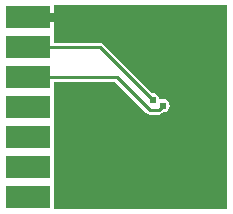
<source format=gbl>
G04 Layer_Physical_Order=2*
G04 Layer_Color=11436288*
%FSLAX25Y25*%
%MOIN*%
G70*
G01*
G75*
%ADD10R,0.15000X0.07600*%
%ADD15C,0.01000*%
%ADD19C,0.02400*%
G36*
X178929Y251071D02*
X121000D01*
Y259800D01*
X121000D01*
Y260200D01*
X121000D01*
Y269800D01*
X121000D01*
Y270200D01*
X121000D01*
Y279800D01*
X121000D01*
Y280200D01*
X121000D01*
Y289800D01*
X121000D01*
Y290200D01*
X121000D01*
Y293471D01*
X141367D01*
X151919Y282919D01*
X152415Y282587D01*
X153000Y282471D01*
X156000D01*
X156585Y282587D01*
X157081Y282919D01*
X157433Y283270D01*
X157500Y283257D01*
X158358Y283428D01*
X159086Y283914D01*
X159572Y284642D01*
X159743Y285500D01*
X159572Y286358D01*
X159086Y287086D01*
X158358Y287572D01*
X157500Y287743D01*
X156697Y287583D01*
X156641Y287573D01*
X156172Y287860D01*
X156072Y288358D01*
X155586Y289086D01*
X154858Y289572D01*
X154000Y289743D01*
X153933Y289730D01*
X137581Y306081D01*
X137085Y306413D01*
X136500Y306529D01*
X121000D01*
Y309800D01*
X121000D01*
Y310200D01*
X121000D01*
Y313500D01*
X112500D01*
Y316500D01*
X121000D01*
Y318929D01*
X176500D01*
X176500Y318929D01*
X176500Y318929D01*
X178929D01*
Y251071D01*
D02*
G37*
%LPC*%
G36*
X146500Y305500D02*
X146356D01*
X146414Y305414D01*
X146500Y305356D01*
Y305500D01*
D02*
G37*
G36*
X167500Y291644D02*
Y291500D01*
X167644D01*
X167586Y291586D01*
X167500Y291644D01*
D02*
G37*
G36*
X164500D02*
X164414Y291586D01*
X164356Y291500D01*
X164500D01*
Y291644D01*
D02*
G37*
G36*
X175644Y305500D02*
X175500D01*
Y305356D01*
X175586Y305414D01*
X175644Y305500D01*
D02*
G37*
G36*
X172500D02*
X172356D01*
X172414Y305414D01*
X172500Y305356D01*
Y305500D01*
D02*
G37*
G36*
X149644D02*
X149500D01*
Y305356D01*
X149586Y305414D01*
X149644Y305500D01*
D02*
G37*
G36*
X145500Y265144D02*
X145414Y265086D01*
X145356Y265000D01*
X145500D01*
Y265144D01*
D02*
G37*
G36*
X148644Y262000D02*
X148500D01*
Y261856D01*
X148586Y261914D01*
X148644Y262000D01*
D02*
G37*
G36*
X145500D02*
X145356D01*
X145414Y261914D01*
X145500Y261856D01*
Y262000D01*
D02*
G37*
G36*
X167644Y288500D02*
X167500D01*
Y288356D01*
X167586Y288414D01*
X167644Y288500D01*
D02*
G37*
G36*
X164500D02*
X164356D01*
X164414Y288414D01*
X164500Y288356D01*
Y288500D01*
D02*
G37*
G36*
X148500Y265144D02*
Y265000D01*
X148644D01*
X148586Y265086D01*
X148500Y265144D01*
D02*
G37*
G36*
X172500Y311000D02*
X172356D01*
X172414Y310914D01*
X172500Y310856D01*
Y311000D01*
D02*
G37*
G36*
X162500Y309144D02*
Y309000D01*
X162644D01*
X162586Y309086D01*
X162500Y309144D01*
D02*
G37*
G36*
X159500D02*
X159414Y309086D01*
X159356Y309000D01*
X159500D01*
Y309144D01*
D02*
G37*
G36*
X175500Y314144D02*
Y314000D01*
X175644D01*
X175586Y314086D01*
X175500Y314144D01*
D02*
G37*
G36*
X172500D02*
X172414Y314086D01*
X172356Y314000D01*
X172500D01*
Y314144D01*
D02*
G37*
G36*
X175644Y311000D02*
X175500D01*
Y310856D01*
X175586Y310914D01*
X175644Y311000D01*
D02*
G37*
G36*
X146500Y308644D02*
X146414Y308586D01*
X146356Y308500D01*
X146500D01*
Y308644D01*
D02*
G37*
G36*
X162644Y306000D02*
X162500D01*
Y305856D01*
X162586Y305914D01*
X162644Y306000D01*
D02*
G37*
G36*
X159500D02*
X159356D01*
X159414Y305914D01*
X159500Y305856D01*
Y306000D01*
D02*
G37*
G36*
X175500Y308644D02*
Y308500D01*
X175644D01*
X175586Y308586D01*
X175500Y308644D01*
D02*
G37*
G36*
X172500D02*
X172414Y308586D01*
X172356Y308500D01*
X172500D01*
Y308644D01*
D02*
G37*
G36*
X149500D02*
Y308500D01*
X149644D01*
X149586Y308586D01*
X149500Y308644D01*
D02*
G37*
%LPD*%
D10*
X112500Y255000D02*
D03*
Y265000D02*
D03*
Y275000D02*
D03*
Y285000D02*
D03*
Y295000D02*
D03*
Y305000D02*
D03*
Y315000D02*
D03*
D15*
X156000Y284000D02*
X157500Y285500D01*
X112500Y295000D02*
X142000D01*
X153000Y284000D02*
X156000D01*
X142000Y295000D02*
X153000Y284000D01*
X112500Y305000D02*
X136500D01*
X154000Y287500D01*
D19*
X161000Y307500D02*
D03*
X174000Y312500D02*
D03*
Y307000D02*
D03*
X148000D02*
D03*
X166000Y290000D02*
D03*
X147000Y263500D02*
D03*
X154000Y287500D02*
D03*
X157500Y285500D02*
D03*
M02*

</source>
